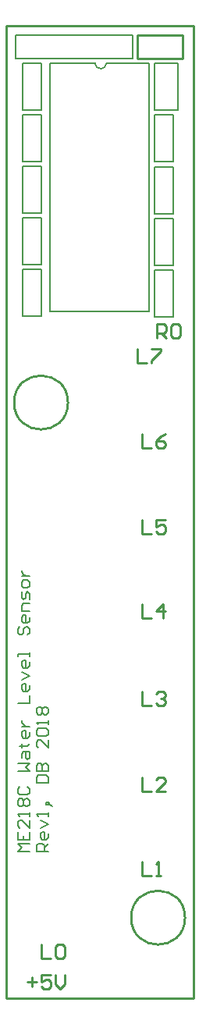
<source format=gto>
G04 Layer_Color=65535*
%FSLAX25Y25*%
%MOIN*%
G70*
G01*
G75*
%ADD10C,0.01000*%
%ADD21C,0.00787*%
%ADD22C,0.00800*%
D10*
X286500Y317500D02*
G03*
X286500Y317500I-11500J0D01*
G01*
X236500Y537500D02*
G03*
X236500Y537500I-11500J0D01*
G01*
X285500Y684500D02*
Y694500D01*
X266000Y684500D02*
X285500D01*
X266000Y694500D02*
X285500D01*
X266000Y684500D02*
Y694500D01*
X219000Y289999D02*
X222999D01*
X220999Y291998D02*
Y288000D01*
X228997Y292998D02*
X224998D01*
Y289999D01*
X226997Y290999D01*
X227997D01*
X228997Y289999D01*
Y288000D01*
X227997Y287000D01*
X225998D01*
X224998Y288000D01*
X230996Y292998D02*
Y288999D01*
X232996Y287000D01*
X234995Y288999D01*
Y292998D01*
X274500Y565000D02*
Y570998D01*
X277499D01*
X278499Y569998D01*
Y567999D01*
X277499Y566999D01*
X274500D01*
X276499D02*
X278499Y565000D01*
X280498Y569998D02*
X281498Y570998D01*
X283497D01*
X284497Y569998D01*
Y566000D01*
X283497Y565000D01*
X281498D01*
X280498Y566000D01*
Y569998D01*
X225000Y305998D02*
Y300000D01*
X228999D01*
X230998Y304998D02*
X231998Y305998D01*
X233997D01*
X234997Y304998D01*
Y301000D01*
X233997Y300000D01*
X231998D01*
X230998Y301000D01*
Y304998D01*
X268000Y341498D02*
Y335500D01*
X271999D01*
X273998D02*
X275997D01*
X274998D01*
Y341498D01*
X273998Y340498D01*
X268000Y377498D02*
Y371500D01*
X271999D01*
X277997D02*
X273998D01*
X277997Y375499D01*
Y376498D01*
X276997Y377498D01*
X274998D01*
X273998Y376498D01*
X268000Y413998D02*
Y408000D01*
X271999D01*
X273998Y412998D02*
X274998Y413998D01*
X276997D01*
X277997Y412998D01*
Y411999D01*
X276997Y410999D01*
X275997D01*
X276997D01*
X277997Y409999D01*
Y409000D01*
X276997Y408000D01*
X274998D01*
X273998Y409000D01*
X268000Y451498D02*
Y445500D01*
X271999D01*
X276997D02*
Y451498D01*
X273998Y448499D01*
X277997D01*
X268000Y487498D02*
Y481500D01*
X271999D01*
X277997Y487498D02*
X273998D01*
Y484499D01*
X275997Y485499D01*
X276997D01*
X277997Y484499D01*
Y482500D01*
X276997Y481500D01*
X274998D01*
X273998Y482500D01*
X268000Y523998D02*
Y518000D01*
X271999D01*
X277997Y523998D02*
X275997Y522998D01*
X273998Y520999D01*
Y519000D01*
X274998Y518000D01*
X276997D01*
X277997Y519000D01*
Y519999D01*
X276997Y520999D01*
X273998D01*
X266000Y560498D02*
Y554500D01*
X269999D01*
X271998Y560498D02*
X275997D01*
Y559498D01*
X271998Y555500D01*
Y554500D01*
X210000Y698500D02*
X290000D01*
Y283000D02*
Y698500D01*
X210000Y283000D02*
Y698500D01*
Y283000D02*
X290000D01*
D21*
X247992Y682571D02*
G03*
X252992Y682571I2500J0D01*
G01*
X273500Y574000D02*
X281500D01*
X273500D02*
Y594000D01*
X281500D01*
Y574000D02*
Y594000D01*
X273500Y660500D02*
X281500D01*
Y640500D02*
Y660500D01*
X273500Y640500D02*
X281500D01*
X273500D02*
Y660500D01*
Y638000D02*
X281500D01*
Y618000D02*
Y638000D01*
X273500Y618000D02*
X281500D01*
X273500D02*
Y638000D01*
Y596000D02*
X281500D01*
X273500D02*
Y616000D01*
X281500D01*
Y596000D02*
Y616000D01*
X217000Y596500D02*
X225000D01*
X217000D02*
Y616500D01*
X225000D01*
Y596500D02*
Y616500D01*
X217000Y638500D02*
X225000D01*
Y618500D02*
Y638500D01*
X217000Y618500D02*
X225000D01*
X217000D02*
Y638500D01*
Y660500D02*
X225000D01*
Y640500D02*
Y660500D01*
X217000Y640500D02*
X225000D01*
X217000D02*
Y660500D01*
Y574500D02*
X225000D01*
X217000D02*
Y594500D01*
X225000D01*
Y574500D02*
Y594500D01*
X217000Y662500D02*
X225000D01*
X217000D02*
Y682500D01*
X225000D01*
Y662500D02*
Y682500D01*
X264000Y684500D02*
Y694500D01*
X214000Y684500D02*
X264000D01*
X214000Y694500D02*
X264000D01*
X214000Y684500D02*
Y694500D01*
X228740Y682571D02*
X247992D01*
X228740Y576500D02*
X271221D01*
X228740D02*
Y682571D01*
X271221Y576500D02*
Y682571D01*
X253110D02*
X271221D01*
X283500Y662500D02*
Y682500D01*
X273500D02*
X283500D01*
X273500Y662500D02*
Y682500D01*
Y662500D02*
X283500D01*
D22*
X220116Y345800D02*
X215117D01*
X216784Y347466D01*
X215117Y349132D01*
X220116D01*
X215117Y354131D02*
Y350798D01*
X220116D01*
Y354131D01*
X217617Y350798D02*
Y352465D01*
X220116Y359129D02*
Y355797D01*
X216784Y359129D01*
X215950D01*
X215117Y358296D01*
Y356630D01*
X215950Y355797D01*
X220116Y360795D02*
Y362461D01*
Y361628D01*
X215117D01*
X215950Y360795D01*
Y364961D02*
X215117Y365793D01*
Y367460D01*
X215950Y368293D01*
X216784D01*
X217617Y367460D01*
X218450Y368293D01*
X219283D01*
X220116Y367460D01*
Y365793D01*
X219283Y364961D01*
X218450D01*
X217617Y365793D01*
X216784Y364961D01*
X215950D01*
X217617Y365793D02*
Y367460D01*
X215950Y373291D02*
X215117Y372458D01*
Y370792D01*
X215950Y369959D01*
X219283D01*
X220116Y370792D01*
Y372458D01*
X219283Y373291D01*
X215117Y379956D02*
X220116D01*
X218450Y381622D01*
X220116Y383288D01*
X215117D01*
X216784Y385787D02*
Y387453D01*
X217617Y388286D01*
X220116D01*
Y385787D01*
X219283Y384954D01*
X218450Y385787D01*
Y388286D01*
X215950Y390785D02*
X216784D01*
Y389952D01*
Y391618D01*
Y390785D01*
X219283D01*
X220116Y391618D01*
Y396617D02*
Y394951D01*
X219283Y394118D01*
X217617D01*
X216784Y394951D01*
Y396617D01*
X217617Y397450D01*
X218450D01*
Y394118D01*
X216784Y399116D02*
X220116D01*
X218450D01*
X217617Y399949D01*
X216784Y400782D01*
Y401615D01*
X215117Y409113D02*
X220116D01*
Y412445D01*
Y416610D02*
Y414944D01*
X219283Y414111D01*
X217617D01*
X216784Y414944D01*
Y416610D01*
X217617Y417444D01*
X218450D01*
Y414111D01*
X216784Y419110D02*
X220116Y420776D01*
X216784Y422442D01*
X220116Y426607D02*
Y424941D01*
X219283Y424108D01*
X217617D01*
X216784Y424941D01*
Y426607D01*
X217617Y427440D01*
X218450D01*
Y424108D01*
X220116Y429106D02*
Y430772D01*
Y429939D01*
X215117D01*
Y429106D01*
X215950Y441602D02*
X215117Y440769D01*
Y439103D01*
X215950Y438270D01*
X216784D01*
X217617Y439103D01*
Y440769D01*
X218450Y441602D01*
X219283D01*
X220116Y440769D01*
Y439103D01*
X219283Y438270D01*
X220116Y445768D02*
Y444101D01*
X219283Y443268D01*
X217617D01*
X216784Y444101D01*
Y445768D01*
X217617Y446601D01*
X218450D01*
Y443268D01*
X220116Y448267D02*
X216784D01*
Y450766D01*
X217617Y451599D01*
X220116D01*
Y453265D02*
Y455764D01*
X219283Y456597D01*
X218450Y455764D01*
Y454098D01*
X217617Y453265D01*
X216784Y454098D01*
Y456597D01*
X220116Y459097D02*
Y460763D01*
X219283Y461596D01*
X217617D01*
X216784Y460763D01*
Y459097D01*
X217617Y458264D01*
X219283D01*
X220116Y459097D01*
X216784Y463262D02*
X220116D01*
X218450D01*
X217617Y464095D01*
X216784Y464928D01*
Y465761D01*
X228034Y345800D02*
X223036D01*
Y348299D01*
X223869Y349132D01*
X225535D01*
X226368Y348299D01*
Y345800D01*
Y347466D02*
X228034Y349132D01*
Y353298D02*
Y351631D01*
X227201Y350798D01*
X225535D01*
X224702Y351631D01*
Y353298D01*
X225535Y354131D01*
X226368D01*
Y350798D01*
X224702Y355797D02*
X228034Y357463D01*
X224702Y359129D01*
X228034Y360795D02*
Y362461D01*
Y361628D01*
X223036D01*
X223869Y360795D01*
X228867Y365793D02*
X228034Y366627D01*
X227201D01*
Y365793D01*
X228034D01*
Y366627D01*
X228867Y365793D01*
X229700Y364961D01*
X223036Y374957D02*
X228034D01*
Y377456D01*
X227201Y378290D01*
X223869D01*
X223036Y377456D01*
Y374957D01*
Y379956D02*
X228034D01*
Y382455D01*
X227201Y383288D01*
X226368D01*
X225535Y382455D01*
Y379956D01*
Y382455D01*
X224702Y383288D01*
X223869D01*
X223036Y382455D01*
Y379956D01*
X228034Y393285D02*
Y389952D01*
X224702Y393285D01*
X223869D01*
X223036Y392452D01*
Y390785D01*
X223869Y389952D01*
Y394951D02*
X223036Y395784D01*
Y397450D01*
X223869Y398283D01*
X227201D01*
X228034Y397450D01*
Y395784D01*
X227201Y394951D01*
X223869D01*
X228034Y399949D02*
Y401615D01*
Y400782D01*
X223036D01*
X223869Y399949D01*
Y404114D02*
X223036Y404948D01*
Y406614D01*
X223869Y407447D01*
X224702D01*
X225535Y406614D01*
X226368Y407447D01*
X227201D01*
X228034Y406614D01*
Y404948D01*
X227201Y404114D01*
X226368D01*
X225535Y404948D01*
X224702Y404114D01*
X223869D01*
X225535Y404948D02*
Y406614D01*
M02*

</source>
